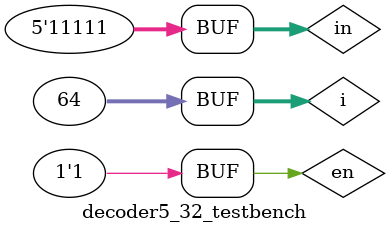
<source format=sv>
module decoder5_32(out, in, en);
	output [31:0] out;
	input [4:0] in;
	input en;
	
	wire [3:0] en2;
	
	decoder2_4 d0(.out(en2), .in(in[4:3]), .en(en));
	decoder3_8 d1(.out(out[7:0]), .in(in[2:0]), .en(en2[0]));
	decoder3_8 d2(.out(out[15:8]), .in(in[2:0]), .en(en2[1]));
	decoder3_8 d3(.out(out[23:16]), .in(in[2:0]), .en(en2[2]));
	decoder3_8 d4(.out(out[31:24]), .in(in[2:0]), .en(en2[3]));
endmodule

module decoder5_32_testbench();
 reg [4:0] in;
 reg en;
 wire[31:0] out;

 decoder5_32 dut (.out(out), .in(in), .en(en));

 integer i;
 
 initial begin
	for(i=0; i<64; i++) begin
		{en, in[4], in[3], in[2], in[1], in[0]} = i; #10;
	end 
 end
endmodule  	
</source>
